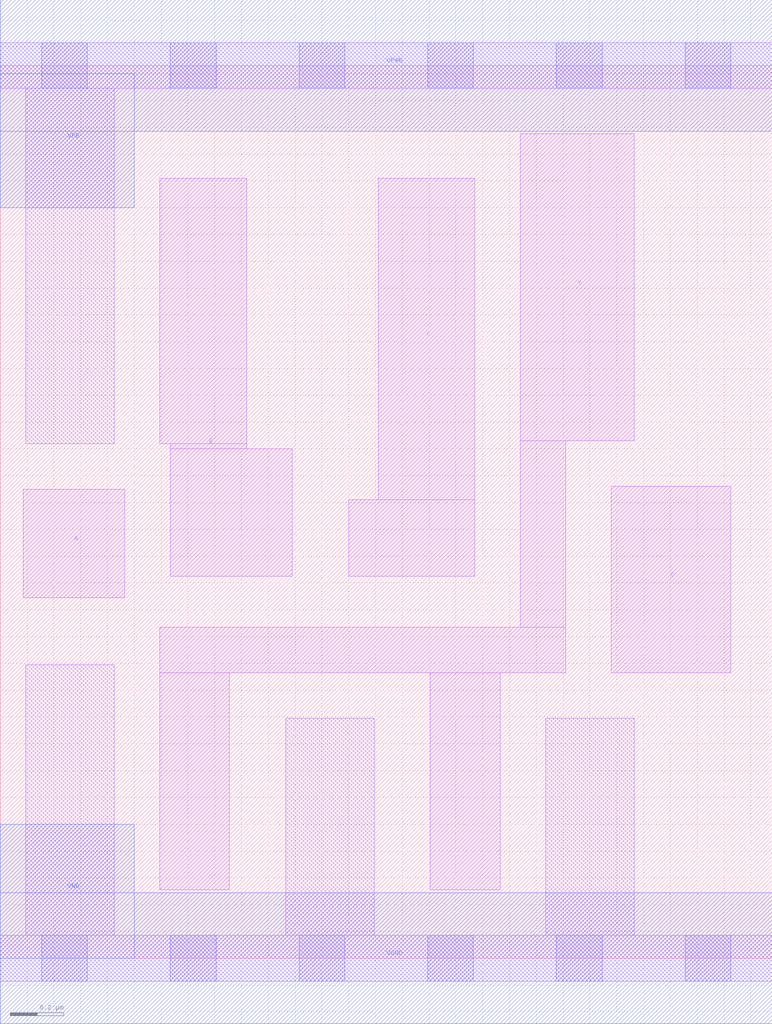
<source format=lef>
# Copyright 2020 The SkyWater PDK Authors
#
# Licensed under the Apache License, Version 2.0 (the "License");
# you may not use this file except in compliance with the License.
# You may obtain a copy of the License at
#
#     https://www.apache.org/licenses/LICENSE-2.0
#
# Unless required by applicable law or agreed to in writing, software
# distributed under the License is distributed on an "AS IS" BASIS,
# WITHOUT WARRANTIES OR CONDITIONS OF ANY KIND, either express or implied.
# See the License for the specific language governing permissions and
# limitations under the License.
#
# SPDX-License-Identifier: Apache-2.0

VERSION 5.5 ;
NAMESCASESENSITIVE ON ;
BUSBITCHARS "[]" ;
DIVIDERCHAR "/" ;
MACRO sky130_fd_sc_lp__nor4_1
  CLASS CORE ;
  SOURCE USER ;
  ORIGIN  0.000000  0.000000 ;
  SIZE  2.880000 BY  3.330000 ;
  SYMMETRY X Y R90 ;
  SITE unit ;
  PIN A
    ANTENNAGATEAREA  0.315000 ;
    DIRECTION INPUT ;
    USE SIGNAL ;
    PORT
      LAYER li1 ;
        RECT 0.085000 1.345000 0.465000 1.750000 ;
    END
  END A
  PIN B
    ANTENNAGATEAREA  0.315000 ;
    DIRECTION INPUT ;
    USE SIGNAL ;
    PORT
      LAYER li1 ;
        RECT 0.595000 1.920000 0.920000 2.910000 ;
        RECT 0.635000 1.425000 1.090000 1.900000 ;
        RECT 0.635000 1.900000 0.920000 1.920000 ;
    END
  END B
  PIN C
    ANTENNAGATEAREA  0.315000 ;
    DIRECTION INPUT ;
    USE SIGNAL ;
    PORT
      LAYER li1 ;
        RECT 1.300000 1.425000 1.770000 1.710000 ;
        RECT 1.410000 1.710000 1.770000 2.910000 ;
    END
  END C
  PIN D
    ANTENNAGATEAREA  0.315000 ;
    DIRECTION INPUT ;
    USE SIGNAL ;
    PORT
      LAYER li1 ;
        RECT 2.280000 1.065000 2.725000 1.760000 ;
    END
  END D
  PIN Y
    ANTENNADIFFAREA  0.804300 ;
    DIRECTION OUTPUT ;
    USE SIGNAL ;
    PORT
      LAYER li1 ;
        RECT 0.595000 0.255000 0.855000 1.065000 ;
        RECT 0.595000 1.065000 2.110000 1.235000 ;
        RECT 1.605000 0.255000 1.865000 1.065000 ;
        RECT 1.940000 1.235000 2.110000 1.930000 ;
        RECT 1.940000 1.930000 2.365000 3.075000 ;
    END
  END Y
  PIN VGND
    DIRECTION INOUT ;
    USE GROUND ;
    PORT
      LAYER met1 ;
        RECT 0.000000 -0.245000 2.880000 0.245000 ;
    END
  END VGND
  PIN VNB
    DIRECTION INOUT ;
    USE GROUND ;
    PORT
    END
  END VNB
  PIN VPB
    DIRECTION INOUT ;
    USE POWER ;
    PORT
    END
  END VPB
  PIN VNB
    DIRECTION INOUT ;
    USE GROUND ;
    PORT
      LAYER met1 ;
        RECT 0.000000 0.000000 0.500000 0.500000 ;
    END
  END VNB
  PIN VPB
    DIRECTION INOUT ;
    USE POWER ;
    PORT
      LAYER met1 ;
        RECT 0.000000 2.800000 0.500000 3.300000 ;
    END
  END VPB
  PIN VPWR
    DIRECTION INOUT ;
    USE POWER ;
    PORT
      LAYER met1 ;
        RECT 0.000000 3.085000 2.880000 3.575000 ;
    END
  END VPWR
  OBS
    LAYER li1 ;
      RECT 0.000000 -0.085000 2.880000 0.085000 ;
      RECT 0.000000  3.245000 2.880000 3.415000 ;
      RECT 0.095000  0.085000 0.425000 1.095000 ;
      RECT 0.095000  1.920000 0.425000 3.245000 ;
      RECT 1.065000  0.085000 1.395000 0.895000 ;
      RECT 2.035000  0.085000 2.365000 0.895000 ;
    LAYER mcon ;
      RECT 0.155000 -0.085000 0.325000 0.085000 ;
      RECT 0.155000  3.245000 0.325000 3.415000 ;
      RECT 0.635000 -0.085000 0.805000 0.085000 ;
      RECT 0.635000  3.245000 0.805000 3.415000 ;
      RECT 1.115000 -0.085000 1.285000 0.085000 ;
      RECT 1.115000  3.245000 1.285000 3.415000 ;
      RECT 1.595000 -0.085000 1.765000 0.085000 ;
      RECT 1.595000  3.245000 1.765000 3.415000 ;
      RECT 2.075000 -0.085000 2.245000 0.085000 ;
      RECT 2.075000  3.245000 2.245000 3.415000 ;
      RECT 2.555000 -0.085000 2.725000 0.085000 ;
      RECT 2.555000  3.245000 2.725000 3.415000 ;
  END
END sky130_fd_sc_lp__nor4_1
END LIBRARY

</source>
